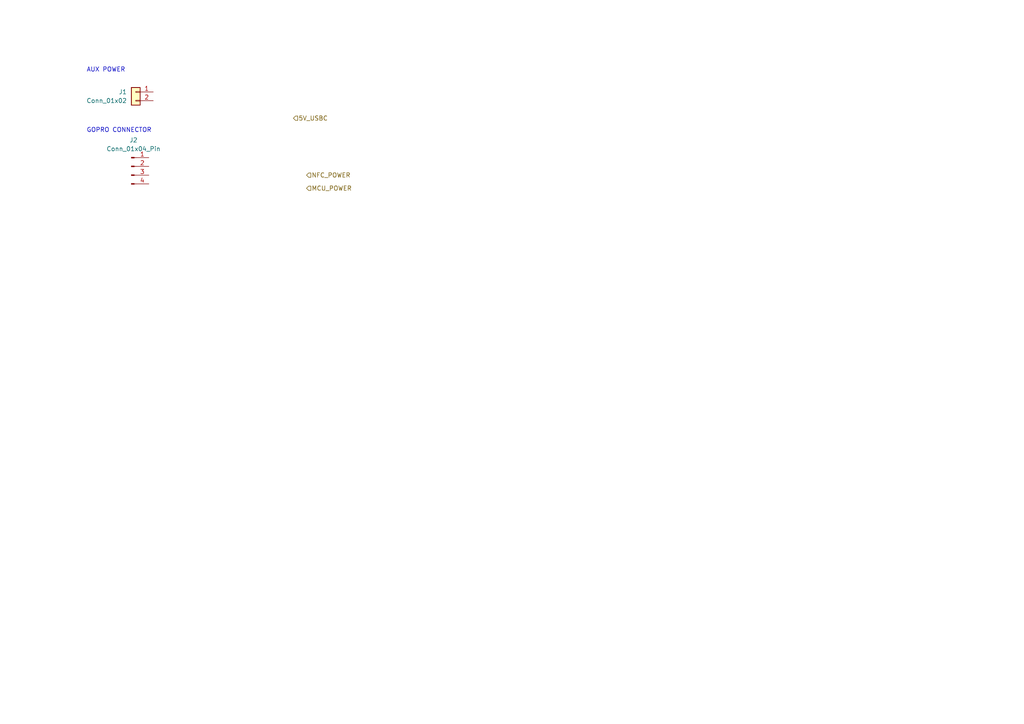
<source format=kicad_sch>
(kicad_sch (version 20231120) (generator "eeschema") (generator_version "8.0")
  (paper "A4")
  (lib_symbols
    (symbol "Connector:Conn_01x04_Pin" (pin_names (offset 1.016) hide)
      (property "Reference" "J" (at 0 5.08 0))
      (property "Value" "Conn_01x04_Pin" (at 0 -7.62 0))
      (symbol "Conn_01x04_Pin_1_1"
        (polyline (pts (xy 1.27 -5.08) (xy 0.8636 -5.08)) (stroke (width 0.1524)))
        (polyline (pts (xy 1.27 -2.54) (xy 0.8636 -2.54)) (stroke (width 0.1524)))
        (polyline (pts (xy 1.27 0) (xy 0.8636 0)) (stroke (width 0.1524)))
        (polyline (pts (xy 1.27 2.54) (xy 0.8636 2.54)) (stroke (width 0.1524)))
        (rectangle (start 0.8636 -4.953) (end 0 -5.207) (stroke (width 0.1524)) (fill (type outline)))
        (rectangle (start 0.8636 -2.413) (end 0 -2.667) (stroke (width 0.1524)) (fill (type outline)))
        (rectangle (start 0.8636 0.127) (end 0 -0.127) (stroke (width 0.1524)) (fill (type outline)))
        (rectangle (start 0.8636 2.667) (end 0 2.413) (stroke (width 0.1524)) (fill (type outline)))
        (pin passive line (at 5.08 2.54 180) (length 3.81) (name "Pin_1") (number "1"))
        (pin passive line (at 5.08 0 180) (length 3.81) (name "Pin_2") (number "2"))
        (pin passive line (at 5.08 -2.54 180) (length 3.81) (name "Pin_3") (number "3"))
        (pin passive line (at 5.08 -5.08 180) (length 3.81) (name "Pin_4") (number "4"))
      )
    )
    (symbol "Connector_Generic:Conn_01x02" (pin_names (offset 1.016) hide)
      (property "Reference" "J" (at 0 2.54 0))
      (property "Value" "Conn_01x02" (at 0 -5.08 0))
      (symbol "Conn_01x02_1_1"
        (rectangle (start -1.27 -2.413) (end 0 -2.667) (stroke (width 0.1524)))
        (rectangle (start -1.27 0.127) (end 0 -0.127) (stroke (width 0.1524)))
        (rectangle (start -1.27 1.27) (end 1.27 -3.81) (stroke (width 0.254)) (fill (type background)))
        (pin passive line (at -5.08 0 0) (length 3.81) (name "Pin_1") (number "1"))
        (pin passive line (at -5.08 -2.54 0) (length 3.81) (name "Pin_2") (number "2"))
      )
    )
  )
  (text "AUX POWER\n" (at 30.734 20.32 0) (effects (font (size 1.27 1.27))))
  (text "GOPRO CONNECTOR\n" (at 34.544 37.846 0) (effects (font (size 1.27 1.27))))
  (hierarchical_label "5V_USBC" (shape input) (at 85.09 34.29 0))
  (hierarchical_label "NFC_POWER" (shape input) (at 88.9 50.8 0))
  (hierarchical_label "MCU_POWER" (shape input) (at 88.9 54.61 0))
  (symbol (lib_id "Connector_Generic:Conn_01x02") (at 39.37 26.67 0) (mirror y) (unit 1)
    (property "Reference" "J1" (at 36.83 26.6699 0) (effects (justify left)))
    (property "Value" "Conn_01x02" (at 36.83 29.2099 0) (effects (justify left)))
    (property "Description" "Generic connector, single row, 01x02, script generated (kicad-library-utils/schlib/autogen/connector/)" (effects (hide yes)))
  )
  (symbol (lib_id "Connector:Conn_01x04_Pin") (at 38.1 48.26 0) (unit 1)
    (property "Reference" "J2" (at 38.735 40.64 0))
    (property "Value" "Conn_01x04_Pin" (at 38.735 43.18 0))
    (property "Description" "Generic connector, single row, 01x04, script generated" (effects (hide yes)))
  )
)
</source>
